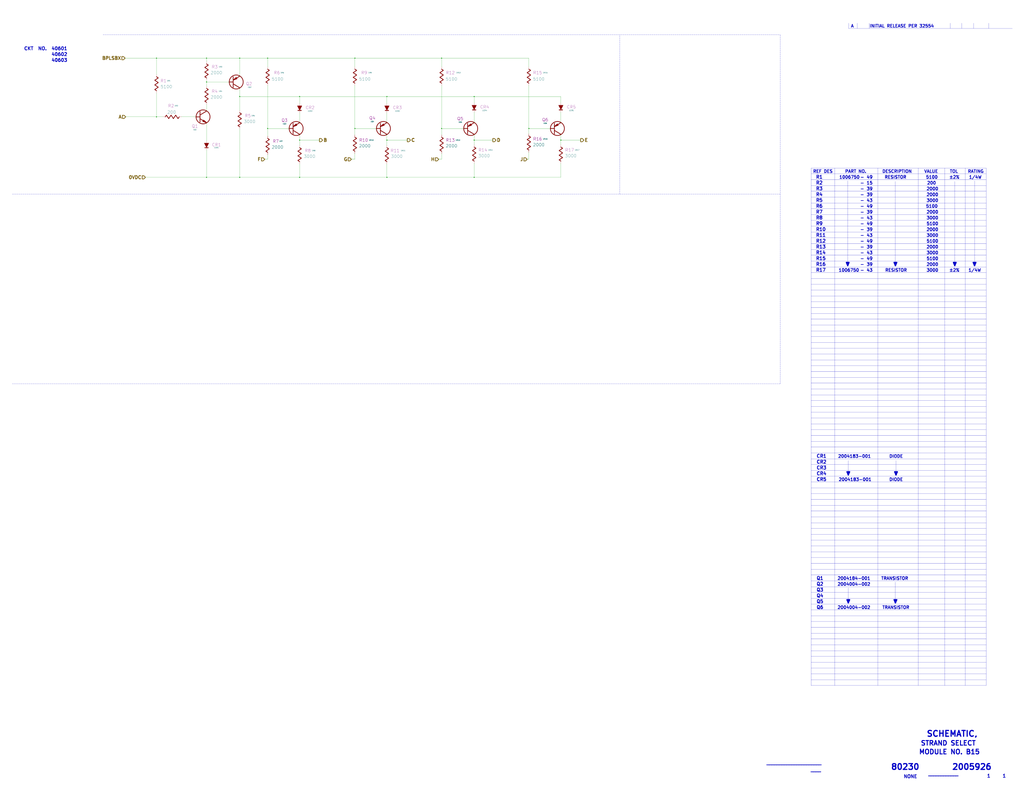
<source format=kicad_sch>
(kicad_sch (version 20211123) (generator eeschema)
  (paper "E")
  (lib_symbols
    (symbol "AGC_DSKY:Diode" (pin_numbers hide) (pin_names (offset 1.016) hide)
      (property "Reference" "CR" (at 0 5.08 0))
      (symbol "Diode_0_1"
        (polyline (pts (xy -2.54 -1.27) (xy -2.54 -1.905)) (stroke (width 0.762)))
        (polyline (pts (xy -2.54 1.27) (xy -2.54 -1.27)) (stroke (width 0.762)))
        (polyline (pts (xy -2.54 1.27) (xy -2.54 1.905)) (stroke (width 0.762)))
        (polyline (pts (xy -2.54 0) (xy 2.54 -2.54) (xy 2.54 2.54) (xy -2.54 0)) (stroke (width 0.2032)) (fill (type outline)))
      )
      (symbol "Diode_1_1"
        (pin passive line (at -5.08 0 0) (length 2.54) (name "K") (number "1"))
        (pin passive line (at 5.08 0 180) (length 2.54) (name "A") (number "2"))
      )
    )
    (symbol "AGC_DSKY:Resistor" (pin_numbers hide) (pin_names (offset 0) hide)
      (property "Reference" "R" (at -0.635 -4.445 0))
      (symbol "Resistor_0_1"
        (polyline (pts (xy -7.62 0) (xy -6.35 -1.905) (xy -3.81 1.905) (xy -1.27 -1.905) (xy 1.27 1.905) (xy 3.81 -1.905) (xy 6.35 1.905) (xy 7.62 0)) (stroke (width 0.762)))
      )
      (symbol "Resistor_1_1"
        (pin passive line (at -10.16 0 0) (length 2.54) (name "1") (number "1"))
        (pin passive line (at 10.16 0 180) (length 2.54) (name "2") (number "2"))
      )
    )
    (symbol "AGC_DSKY:Transistor-NPN" (pin_numbers hide) (pin_names (offset 0) hide)
      (property "Reference" "Q" (at 0 10.541 0))
      (symbol "Transistor-NPN_0_1"
        (polyline (pts (xy -3.302 -2.032) (xy 3.81 -6.35)) (stroke (width 0.762)))
        (polyline (pts (xy -3.302 2.032) (xy 3.81 6.35)) (stroke (width 0.762)))
        (polyline (pts (xy -3.302 5.969) (xy -3.302 -5.715)) (stroke (width 0.762)))
        (polyline (pts (xy -3.302 0) (xy -7.62 0) (xy -7.493 0)) (stroke (width 0.762)))
        (polyline (pts (xy -0.127 -4.826) (xy 0.635 -3.556) (xy 3.81 -6.35) (xy -0.254 -4.953)) (stroke (width 0.762)) (fill (type outline)))
        (circle (center 0 0) (radius 7.62) (stroke (width 0.762)))
      )
      (symbol "Transistor-NPN_1_1"
        (pin passive line (at 3.81 6.35 180) (length 0) (name "C") (number "1"))
        (pin passive line (at -7.62 0 0) (length 0) (name "B") (number "2"))
        (pin passive line (at 3.81 -6.35 180) (length 0) (name "E") (number "3"))
      )
    )
    (symbol "AGC_DSKY:Transistor-PNP" (pin_numbers hide) (pin_names (offset 0) hide)
      (property "Reference" "Q" (at -0.635 10.414 0))
      (symbol "Transistor-PNP_0_1"
        (polyline (pts (xy -3.302 -5.969) (xy -3.302 5.715)) (stroke (width 0.762)))
        (polyline (pts (xy -3.302 -2.032) (xy 3.81 -6.35)) (stroke (width 0.762)))
        (polyline (pts (xy -3.302 2.032) (xy 3.81 6.35)) (stroke (width 0.762)))
        (polyline (pts (xy -3.302 0) (xy -7.62 0) (xy -7.493 0)) (stroke (width 0.762)))
        (polyline (pts (xy 0.762 3.683) (xy 0 4.953) (xy -3.175 2.159) (xy 0.889 3.556)) (stroke (width 0.762)) (fill (type outline)))
        (circle (center 0 0) (radius 7.6454) (stroke (width 0.762)))
      )
      (symbol "Transistor-PNP_1_1"
        (pin passive line (at 3.81 6.35 180) (length 0) (name "E") (number "1"))
        (pin passive line (at -7.62 0 0) (length 0) (name "B") (number "2"))
        (pin passive line (at 3.81 -6.35 180) (length 0) (name "C") (number "3"))
      )
    )
  )
  (junction (at 170.815 63.5))
  (junction (at 225.425 63.5))
  (junction (at 517.525 153.035))
  (junction (at 517.525 193.675))
  (junction (at 261.62 193.675))
  (junction (at 422.275 193.675))
  (junction (at 422.275 105.41))
  (junction (at 387.35 63.5))
  (junction (at 327.025 153.035))
  (junction (at 261.62 105.41))
  (junction (at 387.35 140.335))
  (junction (at 225.425 89.535))
  (junction (at 327.025 193.675))
  (junction (at 170.815 127.635))
  (junction (at 517.525 105.41))
  (junction (at 481.965 140.335))
  (junction (at 481.965 63.5))
  (junction (at 261.62 63.5))
  (junction (at 327.025 105.41))
  (junction (at 612.14 153.035))
  (junction (at 577.215 140.335))
  (junction (at 292.1 63.5))
  (junction (at 422.275 153.035))
  (junction (at 225.425 193.675))
  (junction (at 292.1 140.335))
  (polyline (pts (xy 885.19 183.515) (xy 1076.325 183.515)) (stroke (width 0) (type solid)))
  (polyline (pts (xy 885.19 716.915) (xy 1076.325 716.915)) (stroke (width 0) (type solid)))
  (polyline (pts (xy 977.9 502.92) (xy 977.9 518.16)) (stroke (width 0) (type solid)))
  (polyline (pts (xy 676.275 212.09) (xy 676.275 38.1)))
  (wire (pts (xy 327.025 146.685) (xy 327.025 153.035)))
  (wire (pts (xy 481.965 167.64) (xy 481.965 173.99)))
  (wire (pts (xy 261.62 193.675) (xy 327.025 193.675)))
  (polyline (pts (xy 885.19 310.515) (xy 1076.325 310.515)) (stroke (width 0) (type solid)))
  (polyline (pts (xy 885.19 589.915) (xy 1076.325 589.915)) (stroke (width 0) (type solid)))
  (wire (pts (xy 250.19 89.535) (xy 225.425 89.535)))
  (wire (pts (xy 517.525 193.675) (xy 612.14 193.675)))
  (polyline (pts (xy 885.19 424.815) (xy 1076.325 424.815)) (stroke (width 0) (type solid)))
  (polyline (pts (xy 885.19 532.765) (xy 1076.325 532.765)) (stroke (width 0) (type solid)))
  (polyline (pts (xy 1053.465 748.665) (xy 1053.465 183.515)) (stroke (width 0) (type solid)))
  (polyline (pts (xy 885.19 259.715) (xy 1076.325 259.715)) (stroke (width 0) (type solid)))
  (polyline (pts (xy 925.83 518.4902) (xy 924.56 515.3152)) (stroke (width 1.524) (type solid)))
  (polyline (pts (xy 885.19 354.965) (xy 1076.325 354.965)) (stroke (width 0) (type solid)))
  (wire (pts (xy 422.275 153.035) (xy 422.275 158.75)))
  (polyline (pts (xy 885.19 183.515) (xy 885.19 748.665)) (stroke (width 0) (type solid)))
  (polyline (pts (xy 885.19 672.465) (xy 1076.325 672.465)) (stroke (width 0) (type solid)))
  (polyline (pts (xy 977.265 289.8902) (xy 975.995 286.7152)) (stroke (width 1.524) (type solid)))
  (polyline (pts (xy 885.19 710.565) (xy 1076.325 710.565)) (stroke (width 0) (type solid)))
  (wire (pts (xy 198.12 127.635) (xy 213.995 127.635)))
  (polyline (pts (xy 885.19 412.115) (xy 1076.325 412.115)) (stroke (width 0) (type solid)))
  (polyline (pts (xy 977.265 635.635) (xy 977.265 657.86)) (stroke (width 0) (type solid)))
  (wire (pts (xy 225.425 67.31) (xy 225.425 63.5)))
  (polyline (pts (xy 885.19 297.815) (xy 1076.325 297.815)) (stroke (width 0) (type solid)))
  (polyline (pts (xy 885.19 380.365) (xy 1076.325 380.365)) (stroke (width 0) (type solid)))
  (wire (pts (xy 481.965 140.335) (xy 481.965 147.32)))
  (wire (pts (xy 261.62 193.675) (xy 261.62 140.97)))
  (polyline (pts (xy 924.56 515.3152) (xy 927.1 515.3152)) (stroke (width 1.524) (type solid)))
  (polyline (pts (xy 885.19 329.565) (xy 1076.325 329.565)) (stroke (width 0) (type solid)))
  (polyline (pts (xy 885.19 393.065) (xy 1076.325 393.065)) (stroke (width 0) (type solid)))
  (polyline (pts (xy 885.19 628.015) (xy 1076.325 628.015)) (stroke (width 0) (type solid)))
  (wire (pts (xy 422.275 193.675) (xy 517.525 193.675)))
  (polyline (pts (xy 885.19 608.965) (xy 1076.325 608.965)) (stroke (width 0) (type solid)))
  (polyline (pts (xy 885.19 526.415) (xy 1076.325 526.415)) (stroke (width 0) (type solid)))
  (polyline (pts (xy 1049.8328 25.2984) (xy 1049.8328 31.0896)) (stroke (width 0) (type solid)))
  (polyline (pts (xy 885.19 278.765) (xy 1076.325 278.765)) (stroke (width 0) (type solid)))
  (polyline (pts (xy 925.83 641.985) (xy 925.83 658.495)) (stroke (width 0) (type solid)))
  (polyline (pts (xy 975.995 286.7152) (xy 978.535 286.7152)) (stroke (width 1.524) (type solid)))
  (wire (pts (xy 387.35 63.5) (xy 387.35 73.025)))
  (wire (pts (xy 575.31 173.99) (xy 577.215 173.99)))
  (polyline (pts (xy 885.19 240.665) (xy 1076.325 240.665)) (stroke (width 0) (type solid)))
  (wire (pts (xy 577.215 93.345) (xy 577.215 140.335)))
  (wire (pts (xy 225.425 193.675) (xy 158.75 193.675)))
  (polyline (pts (xy 885.19 704.215) (xy 1076.325 704.215)) (stroke (width 0) (type solid)))
  (wire (pts (xy 612.14 146.685) (xy 612.14 153.035)))
  (polyline (pts (xy 885.19 545.465) (xy 1076.325 545.465)) (stroke (width 0) (type solid)))
  (polyline (pts (xy 927.1 655.0152) (xy 925.83 658.1902)) (stroke (width 1.524) (type solid)))
  (wire (pts (xy 225.425 114.3) (xy 225.425 121.285)))
  (polyline (pts (xy 885.19 520.065) (xy 1076.325 520.065)) (stroke (width 0) (type solid)))
  (polyline (pts (xy 885.19 443.865) (xy 1076.325 443.865)) (stroke (width 0) (type solid)))
  (polyline (pts (xy 885.19 348.615) (xy 1076.325 348.615)) (stroke (width 0) (type solid)))
  (wire (pts (xy 422.275 133.985) (xy 422.275 123.19)))
  (polyline (pts (xy 885.19 678.815) (xy 1076.325 678.815)) (stroke (width 0) (type solid)))
  (wire (pts (xy 481.965 93.345) (xy 481.965 140.335)))
  (wire (pts (xy 517.525 133.985) (xy 517.525 122.555)))
  (wire (pts (xy 261.62 105.41) (xy 261.62 120.65)))
  (wire (pts (xy 348.615 153.035) (xy 327.025 153.035)))
  (polyline (pts (xy 1040.765 286.7152) (xy 1043.305 286.7152)) (stroke (width 1.524) (type solid)))
  (polyline (pts (xy 885.19 551.815) (xy 1076.325 551.815)) (stroke (width 0) (type solid)))
  (wire (pts (xy 422.275 105.41) (xy 422.275 113.03)))
  (wire (pts (xy 261.62 105.41) (xy 327.025 105.41)))
  (polyline (pts (xy 885.19 462.915) (xy 1076.325 462.915)) (stroke (width 0) (type solid)))
  (polyline (pts (xy 885.19 621.665) (xy 1076.325 621.665)) (stroke (width 0) (type solid)))
  (wire (pts (xy 612.14 193.675) (xy 612.14 178.435)))
  (wire (pts (xy 577.215 166.37) (xy 577.215 173.99)))
  (polyline (pts (xy 1002.03 748.665) (xy 1002.03 183.515)) (stroke (width 0) (type solid)))
  (polyline (pts (xy 885.19 399.415) (xy 1076.325 399.415)) (stroke (width 0) (type solid)))
  (polyline (pts (xy 885.19 558.165) (xy 1076.325 558.165)) (stroke (width 0) (type solid)))
  (polyline (pts (xy 885.19 374.015) (xy 1076.325 374.015)) (stroke (width 0) (type solid)))
  (wire (pts (xy 481.965 63.5) (xy 577.215 63.5)))
  (polyline (pts (xy 885.19 202.565) (xy 1076.325 202.565)) (stroke (width 0) (type solid)))
  (polyline (pts (xy 976.63 515.3152) (xy 979.17 515.3152)) (stroke (width 1.524) (type solid)))
  (polyline (pts (xy 112.395 38.1) (xy 851.535 38.1)))
  (polyline (pts (xy 978.535 655.0152) (xy 977.265 658.1902)) (stroke (width 1.524) (type solid)))
  (wire (pts (xy 633.73 153.035) (xy 612.14 153.035)))
  (polyline (pts (xy 885.19 507.365) (xy 1076.325 507.365)) (stroke (width 0) (type solid)))
  (polyline (pts (xy 885.19 577.215) (xy 1076.325 577.215)) (stroke (width 0) (type solid)))
  (polyline (pts (xy 1063.625 197.485) (xy 1063.625 289.56)) (stroke (width 0) (type solid)))
  (wire (pts (xy 517.525 153.035) (xy 517.525 146.685)))
  (wire (pts (xy 170.815 127.635) (xy 137.16 127.635)))
  (polyline (pts (xy 885.19 634.365) (xy 1076.325 634.365)) (stroke (width 0) (type solid)))
  (wire (pts (xy 327.025 193.675) (xy 422.275 193.675)))
  (wire (pts (xy 225.425 89.535) (xy 225.425 93.98)))
  (polyline (pts (xy 1037.1074 25.2984) (xy 1037.1074 31.0896)) (stroke (width 0) (type solid)))
  (polyline (pts (xy 885.19 323.215) (xy 1076.325 323.215)) (stroke (width 0) (type solid)))
  (wire (pts (xy 292.1 140.335) (xy 315.595 140.335)))
  (polyline (pts (xy 1078.992 25.2984) (xy 1078.992 31.0896)) (stroke (width 0) (type solid)))
  (wire (pts (xy 422.275 105.41) (xy 517.525 105.41)))
  (polyline (pts (xy 885.19 653.415) (xy 1076.325 653.415)) (stroke (width 0) (type solid)))
  (polyline (pts (xy 13.335 212.09) (xy 851.535 212.09)))
  (polyline (pts (xy 885.19 208.915) (xy 1076.325 208.915)) (stroke (width 0) (type solid)))
  (polyline (pts (xy 885.19 456.565) (xy 1076.325 456.565)) (stroke (width 0) (type solid)))
  (polyline (pts (xy 885.19 729.615) (xy 1076.325 729.615)) (stroke (width 0) (type solid)))
  (wire (pts (xy 577.215 140.335) (xy 577.215 146.05)))
  (polyline (pts (xy 885.19 253.365) (xy 1076.325 253.365)) (stroke (width 0) (type solid)))
  (polyline (pts (xy 1062.355 286.7152) (xy 1064.895 286.7152)) (stroke (width 1.524) (type solid)))
  (polyline (pts (xy 925.195 289.8902) (xy 923.925 286.7152)) (stroke (width 1.524) (type solid)))
  (wire (pts (xy 292.1 63.5) (xy 292.1 73.025)))
  (wire (pts (xy 327.025 105.41) (xy 422.275 105.41)))
  (polyline (pts (xy 977.265 198.12) (xy 977.265 289.56)) (stroke (width 0) (type solid)))
  (wire (pts (xy 327.025 105.41) (xy 327.025 113.03)))
  (wire (pts (xy 422.275 193.675) (xy 422.275 179.07)))
  (wire (pts (xy 327.025 193.675) (xy 327.025 179.07)))
  (polyline (pts (xy 885.19 367.665) (xy 1076.325 367.665)) (stroke (width 0) (type solid)))
  (polyline (pts (xy 885.19 666.115) (xy 1076.325 666.115)) (stroke (width 0) (type solid)))
  (polyline (pts (xy 885.19 697.865) (xy 1076.325 697.865)) (stroke (width 0) (type solid)))
  (polyline (pts (xy 1042.035 198.12) (xy 1042.035 289.56)) (stroke (width 0) (type solid)))
  (polyline (pts (xy 885.19 691.515) (xy 1076.325 691.515)) (stroke (width 0) (type solid)))
  (polyline (pts (xy 885.19 583.565) (xy 1076.325 583.565)) (stroke (width 0) (type solid)))
  (polyline (pts (xy 885.19 450.215) (xy 1076.325 450.215)) (stroke (width 0) (type solid)))
  (polyline (pts (xy 1031.24 183.515) (xy 1031.24 748.665)) (stroke (width 0) (type solid)))
  (wire (pts (xy 261.62 95.885) (xy 261.62 105.41)))
  (wire (pts (xy 600.71 140.335) (xy 577.215 140.335)))
  (polyline (pts (xy 885.19 196.215) (xy 1076.325 196.215)) (stroke (width 0) (type solid)))
  (wire (pts (xy 612.14 153.035) (xy 612.14 158.115)))
  (polyline (pts (xy 885.19 488.315) (xy 1076.325 488.315)) (stroke (width 0) (type solid)))
  (polyline (pts (xy 885.19 596.265) (xy 1076.325 596.265)) (stroke (width 0) (type solid)))
  (wire (pts (xy 517.525 105.41) (xy 517.525 112.395)))
  (polyline (pts (xy 851.535 38.1) (xy 851.535 419.1)))
  (polyline (pts (xy 885.19 221.615) (xy 1076.325 221.615)) (stroke (width 0) (type solid)))
  (wire (pts (xy 261.62 63.5) (xy 261.62 83.185)))
  (wire (pts (xy 225.425 193.675) (xy 261.62 193.675)))
  (wire (pts (xy 387.35 93.345) (xy 387.35 140.335)))
  (wire (pts (xy 327.025 133.985) (xy 327.025 123.19)))
  (polyline (pts (xy 977.9 518.4902) (xy 976.63 515.3152)) (stroke (width 1.524) (type solid)))
  (polyline (pts (xy 885.19 234.315) (xy 1076.325 234.315)) (stroke (width 0) (type solid)))
  (polyline (pts (xy 979.17 515.3152) (xy 977.9 518.4902)) (stroke (width 1.524) (type solid)))
  (polyline (pts (xy 885.19 685.165) (xy 1076.325 685.165)) (stroke (width 0) (type solid)))
  (wire (pts (xy 292.1 168.91) (xy 292.1 173.99)))
  (polyline (pts (xy 948.69 25.2984) (xy 948.69 31.0896)) (stroke (width 0) (type solid)))
  (wire (pts (xy 612.14 105.41) (xy 612.14 112.395)))
  (wire (pts (xy 506.095 140.335) (xy 481.965 140.335)))
  (wire (pts (xy 517.525 105.41) (xy 612.14 105.41)))
  (polyline (pts (xy 885.19 723.265) (xy 1076.325 723.265)) (stroke (width 0) (type solid)))
  (polyline (pts (xy 926.1094 25.2984) (xy 926.1094 31.0896)) (stroke (width 0) (type solid)))
  (polyline (pts (xy 925.83 518.795) (xy 925.83 502.92)) (stroke (width 0) (type solid)))
  (polyline (pts (xy 885.19 285.115) (xy 1076.325 285.115)) (stroke (width 0) (type solid)))
  (polyline (pts (xy 885.19 570.865) (xy 1076.325 570.865)) (stroke (width 0) (type solid)))
  (wire (pts (xy 612.14 133.985) (xy 612.14 122.555)))
  (polyline (pts (xy 885.19 539.115) (xy 1076.325 539.115)) (stroke (width 0) (type solid)))
  (wire (pts (xy 517.525 153.035) (xy 517.525 158.115)))
  (wire (pts (xy 292.1 63.5) (xy 387.35 63.5)))
  (polyline (pts (xy 885.19 272.415) (xy 1076.325 272.415)) (stroke (width 0) (type solid)))
  (wire (pts (xy 225.425 133.985) (xy 225.425 153.67)))
  (polyline (pts (xy 885.19 215.265) (xy 1076.325 215.265)) (stroke (width 0) (type solid)))
  (polyline (pts (xy 1076.325 183.515) (xy 1076.325 748.665)) (stroke (width 0) (type solid)))
  (wire (pts (xy 383.54 173.99) (xy 387.35 173.99)))
  (polyline (pts (xy 885.19 640.715) (xy 1076.325 640.715)) (stroke (width 0) (type solid)))
  (polyline (pts (xy 924.56 655.0152) (xy 927.1 655.0152)) (stroke (width 1.524) (type solid)))
  (polyline (pts (xy 885.19 316.865) (xy 1076.325 316.865)) (stroke (width 0) (type solid)))
  (polyline (pts (xy 885.19 189.865) (xy 1076.325 189.865)) (stroke (width 0) (type solid)))
  (wire (pts (xy 410.845 140.335) (xy 387.35 140.335)))
  (wire (pts (xy 478.79 173.99) (xy 481.965 173.99)))
  (polyline (pts (xy 885.19 501.015) (xy 1076.325 501.015)) (stroke (width 0) (type solid)))
  (wire (pts (xy 292.1 93.345) (xy 292.1 140.335)))
  (wire (pts (xy 170.815 63.5) (xy 225.425 63.5)))
  (wire (pts (xy 387.35 63.5) (xy 481.965 63.5)))
  (wire (pts (xy 170.815 101.6) (xy 170.815 127.635)))
  (polyline (pts (xy 885.19 247.015) (xy 1076.325 247.015)) (stroke (width 0) (type solid)))
  (polyline (pts (xy 885.19 475.615) (xy 1076.325 475.615)) (stroke (width 0) (type solid)))
  (polyline (pts (xy 1062.5074 25.2984) (xy 1062.5074 31.0896)) (stroke (width 0) (type solid)))
  (polyline (pts (xy 935.7106 25.2984) (xy 935.7106 31.0896)) (stroke (width 0) (type solid)))
  (polyline (pts (xy 885.19 602.615) (xy 1076.325 602.615)) (stroke (width 0) (type solid)))
  (polyline (pts (xy 977.265 658.1902) (xy 975.995 655.0152)) (stroke (width 1.524) (type solid)))
  (polyline (pts (xy 885.19 405.765) (xy 1076.325 405.765)) (stroke (width 0) (type solid)))
  (polyline (pts (xy 926.465 286.7152) (xy 925.195 289.8902)) (stroke (width 1.524) (type solid)))
  (wire (pts (xy 387.35 140.335) (xy 387.35 147.32)))
  (wire (pts (xy 444.5 153.035) (xy 422.275 153.035)))
  (wire (pts (xy 537.845 153.035) (xy 517.525 153.035)))
  (wire (pts (xy 225.425 193.675) (xy 225.425 163.83)))
  (polyline (pts (xy 885.19 418.465) (xy 1076.325 418.465)) (stroke (width 0) (type solid)))
  (polyline (pts (xy 911.225 748.665) (xy 911.225 183.515)) (stroke (width 0) (type solid)))
  (polyline (pts (xy 885.19 742.315) (xy 1076.325 742.315)) (stroke (width 0) (type solid)))
  (wire (pts (xy 481.965 73.025) (xy 481.965 63.5)))
  (polyline (pts (xy 958.215 183.515) (xy 958.215 748.665)) (stroke (width 0) (type solid)))
  (polyline (pts (xy 1042.035 289.8902) (xy 1040.765 286.7152)) (stroke (width 1.524) (type solid)))
  (wire (pts (xy 577.215 63.5) (xy 577.215 73.025)))
  (polyline (pts (xy 885.19 291.465) (xy 1076.325 291.465)) (stroke (width 0) (type solid)))
  (wire (pts (xy 292.1 140.335) (xy 292.1 148.59)))
  (polyline (pts (xy 885.19 437.515) (xy 1076.325 437.515)) (stroke (width 0) (type solid)))
  (wire (pts (xy 517.525 178.435) (xy 517.525 193.675)))
  (polyline (pts (xy 851.535 419.1) (xy 13.335 419.1)))
  (polyline (pts (xy 885.19 735.965) (xy 1076.325 735.965)) (stroke (width 0) (type solid)))
  (polyline (pts (xy 885.19 431.165) (xy 1076.325 431.165)) (stroke (width 0) (type solid)))
  (polyline (pts (xy 885.19 615.315) (xy 1076.325 615.315)) (stroke (width 0) (type solid)))
  (polyline (pts (xy 885.19 386.715) (xy 1076.325 386.715)) (stroke (width 0) (type solid)))
  (wire (pts (xy 261.62 63.5) (xy 292.1 63.5)))
  (wire (pts (xy 225.425 87.63) (xy 225.425 89.535)))
  (polyline (pts (xy 978.535 286.7152) (xy 977.265 289.8902)) (stroke (width 1.524) (type solid)))
  (wire (pts (xy 225.425 63.5) (xy 261.62 63.5)))
  (polyline (pts (xy 885.19 481.965) (xy 1076.325 481.965)) (stroke (width 0) (type solid)))
  (polyline (pts (xy 885.19 335.915) (xy 1076.325 335.915)) (stroke (width 0) (type solid)))
  (polyline (pts (xy 925.83 658.1902) (xy 924.56 655.0152)) (stroke (width 1.524) (type solid)))
  (polyline (pts (xy 885.19 342.265) (xy 1076.325 342.265)) (stroke (width 0) (type solid)))
  (polyline (pts (xy 1064.895 286.7152) (xy 1063.625 289.8902)) (stroke (width 1.524) (type solid)))
  (wire (pts (xy 136.525 63.5) (xy 170.815 63.5)))
  (polyline (pts (xy 885.19 304.165) (xy 1076.325 304.165)) (stroke (width 0) (type solid)))
  (polyline (pts (xy 885.19 494.665) (xy 1076.325 494.665)) (stroke (width 0) (type solid)))
  (polyline (pts (xy 926.1094 31.115) (xy 1104.9 31.115)) (stroke (width 0) (type solid)))
  (polyline (pts (xy 885.19 564.515) (xy 1076.325 564.515)) (stroke (width 0) (type solid)))
  (wire (pts (xy 327.025 153.035) (xy 327.025 158.75)))
  (wire (pts (xy 177.8 127.635) (xy 170.815 127.635)))
  (wire (pts (xy 170.815 63.5) (xy 170.815 81.28)))
  (wire (pts (xy 387.35 167.64) (xy 387.35 173.99)))
  (polyline (pts (xy 923.925 286.7152) (xy 926.465 286.7152)) (stroke (width 1.524) (type solid)))
  (polyline (pts (xy 975.995 655.0152) (xy 978.535 655.0152)) (stroke (width 1.524) (type solid)))
  (polyline (pts (xy 927.1 515.3152) (xy 925.83 518.4902)) (stroke (width 1.524) (type solid)))
  (polyline (pts (xy 885.19 469.265) (xy 1076.325 469.265)) (stroke (width 0) (type solid)))
  (polyline (pts (xy 885.19 227.965) (xy 1076.325 227.965)) (stroke (width 0) (type solid)))
  (polyline (pts (xy 885.19 647.065) (xy 1076.325 647.065)) (stroke (width 0) (type solid)))
  (polyline (pts (xy 885.19 361.315) (xy 1076.325 361.315)) (stroke (width 0) (type solid)))
  (polyline (pts (xy 885.19 513.715) (xy 1076.325 513.715)) (stroke (width 0) (type solid)))
  (polyline (pts (xy 925.195 197.485) (xy 925.195 290.195)) (stroke (width 0) (type solid)))
  (polyline (pts (xy 1043.305 286.7152) (xy 1042.035 289.8902)) (stroke (width 1.524) (type solid)))
  (polyline (pts (xy 885.19 659.765) (xy 1076.325 659.765)) (stroke (width 0) (type solid)))
  (wire (pts (xy 422.275 146.685) (xy 422.275 153.035)))
  (polyline (pts (xy 885.19 266.065) (xy 1076.325 266.065)) (stroke (width 0) (type solid)))
  (polyline (pts (xy 1063.625 289.8902) (xy 1062.355 286.7152)) (stroke (width 1.524) (type solid)))
  (polyline (pts (xy 885.19 748.665) (xy 1076.325 748.665)) (stroke (width 0) (type solid)))
  (wire (pts (xy 288.925 173.99) (xy 292.1 173.99)))
  (text "3000" (at 1010.92 240.03 0) (effects (font (size 3.302 3.302) (thickness 0.6604) bold) (justify left bottom)))
  (text "39" (at 945.515 233.68 0) (effects (font (size 3.302 3.302) (thickness 0.6604) bold) (justify left bottom)))
  (text "5100" (at 1010.92 284.48 0) (effects (font (size 3.302 3.302) (thickness 0.6604) bold) (justify left bottom)))
  (text "-" (at 938.53 246.38 0) (effects (font (size 3.302 3.302) (thickness 0.6604) bold) (justify left bottom)))
  (text "-" (at 938.53 214.63 0) (effects (font (size 3.302 3.302) (thickness 0.6604) bold) (justify left bottom)))
  (text "R3" (at 890.27 208.28 0) (effects (font (size 3.556 3.556) (thickness 0.7112) bold) (justify left bottom)))
  (text "43" (at 945.515 240.03 0) (effects (font (size 3.302 3.302) (thickness 0.6604) bold) (justify left bottom)))
  (text "-" (at 938.53 284.48 0) (effects (font (size 3.302 3.302) (thickness 0.6604) bold) (justify left bottom)))
  (text "CR2" (at 890.905 506.73 0) (effects (font (size 3.556 3.556) (thickness 0.7112) bold) (justify left bottom)))
  (text "R6" (at 890.27 227.33 0) (effects (font (size 3.556 3.556) (thickness 0.7112) bold) (justify left bottom)))
  (text "1006750" (at 915.035 297.18 0) (effects (font (size 3.302 3.302) (thickness 0.6604) bold) (justify left bottom)))
  (text "CR1" (at 890.905 500.38 0) (effects (font (size 3.556 3.556) (thickness 0.7112) bold) (justify left bottom)))
  (text "TRANSISTOR" (at 962.66 665.48 0) (effects (font (size 3.302 3.302) (thickness 0.6604) bold) (justify left bottom)))
  (text "R15" (at 890.27 284.48 0) (effects (font (size 3.556 3.556) (thickness 0.7112) bold) (justify left bottom)))
  (text "2000" (at 1010.92 271.78 0) (effects (font (size 3.302 3.302) (thickness 0.6604) bold) (justify left bottom)))
  (text "49" (at 945.515 246.38 0) (effects (font (size 3.302 3.302) (thickness 0.6604) bold) (justify left bottom)))
  (text "-" (at 938.53 227.33 0) (effects (font (size 3.302 3.302) (thickness 0.6604) bold) (justify left bottom)))
  (text "2000" (at 1010.92 252.73 0) (effects (font (size 3.302 3.302) (thickness 0.6604) bold) (justify left bottom)))
  (text "R2" (at 890.27 201.93 0) (effects (font (size 3.556 3.556) (thickness 0.7112) bold) (justify left bottom)))
  (text "R14" (at 890.27 278.13 0) (effects (font (size 3.556 3.556) (thickness 0.7112) bold) (justify left bottom)))
  (text "______________________" (at 836.295 835.66 0) (effects (font (size 3.556 3.556) (thickness 0.7112) bold) (justify left bottom)))
  (text "39" (at 945.515 252.73 0) (effects (font (size 3.302 3.302) (thickness 0.6604) bold) (justify left bottom)))
  (text "2005926" (at 1038.7076 841.3496 0) (effects (font (size 6.35 6.35) (thickness 1.27) bold) (justify left bottom)))
  (text "CR5" (at 890.905 525.78 0) (effects (font (size 3.556 3.556) (thickness 0.7112) bold) (justify left bottom)))
  (text "2004004-002" (at 913.765 640.08 0) (effects (font (size 3.302 3.302) (thickness 0.6604) bold) (justify left bottom)))
  (text "39" (at 945.515 290.83 0) (effects (font (size 3.302 3.302) (thickness 0.6604) bold) (justify left bottom)))
  (text "-" (at 938.53 220.98 0) (effects (font (size 3.302 3.302) (thickness 0.6604) bold) (justify left bottom)))
  (text "TOL" (at 1036.32 189.23 0) (effects (font (size 3.302 3.302) (thickness 0.6604) bold) (justify left bottom)))
  (text "49" (at 945.515 227.33 0) (effects (font (size 3.302 3.302) (thickness 0.6604) bold) (justify left bottom)))
  (text "1006750" (at 915.67 195.58 0) (effects (font (size 3.302 3.302) (thickness 0.6604) bold) (justify left bottom)))
  (text "2004004-002" (at 913.765 665.48 0) (effects (font (size 3.302 3.302) (thickness 0.6604) bold) (justify left bottom)))
  (text "STRAND SELECT" (at 1004.57 814.705 0) (effects (font (size 5.08 5.08) (thickness 1.016) bold) (justify left bottom)))
  (text "CR4" (at 890.905 519.43 0) (effects (font (size 3.556 3.556) (thickness 0.7112) bold) (justify left bottom)))
  (text "-" (at 938.53 259.08 0) (effects (font (size 3.302 3.302) (thickness 0.6604) bold) (justify left bottom)))
  (text "-" (at 938.53 252.73 0) (effects (font (size 3.302 3.302) (thickness 0.6604) bold) (justify left bottom)))
  (text "TRANSISTOR" (at 961.39 633.73 0) (effects (font (size 3.302 3.302) (thickness 0.6604) bold) (justify left bottom)))
  (text "-" (at 938.53 240.03 0) (effects (font (size 3.302 3.302) (thickness 0.6604) bold) (justify left bottom)))
  (text "A       INITIAL RELEASE PER 32554" (at 928.37 30.48 0) (effects (font (size 3.302 3.302) (thickness 0.6604) bold) (justify left bottom)))
  (text "Q4" (at 890.905 652.78 0) (effects (font (size 3.556 3.556) (thickness 0.7112) bold) (justify left bottom)))
  (text "1/4W" (at 1056.64 297.18 0) (effects (font (size 3.302 3.302) (thickness 0.6604) bold) (justify left bottom)))
  (text "200" (at 1011.555 201.93 0) (effects (font (size 3.302 3.302) (thickness 0.6604) bold) (justify left bottom)))
  (text "-" (at 938.53 265.43 0) (effects (font (size 3.302 3.302) (thickness 0.6604) bold) (justify left bottom)))
  (text "40601" (at 55.88 55.245 0) (effects (font (size 3.556 3.556) (thickness 0.7112) bold) (justify left bottom)))
  (text "2000" (at 1010.92 290.83 0) (effects (font (size 3.302 3.302) (thickness 0.6604) bold) (justify left bottom)))
  (text "Q5" (at 890.905 659.13 0) (effects (font (size 3.556 3.556) (thickness 0.7112) bold) (justify left bottom)))
  (text "DIODE" (at 970.28 525.78 0) (effects (font (size 3.302 3.302) (thickness 0.6604) bold) (justify left bottom)))
  (text "CKT  NO." (at 26.035 55.245 0) (effects (font (size 3.556 3.556) (thickness 0.7112) bold) (justify left bottom)))
  (text "NONE" (at 986.0026 850.2396 0) (effects (font (size 3.556 3.556) (thickness 0.7112) bold) (justify left bottom)))
  (text "5100" (at 1010.92 265.43 0) (effects (font (size 3.302 3.302) (thickness 0.6604) bold) (justify left bottom)))
  (text "R10" (at 890.27 252.73 0) (effects (font (size 3.556 3.556) (thickness 0.7112) bold) (justify left bottom)))
  (text "2000" (at 1010.92 233.68 0) (effects (font (size 3.302 3.302) (thickness 0.6604) bold) (justify left bottom)))
  (text "39" (at 945.515 214.63 0) (effects (font (size 3.302 3.302) (thickness 0.6604) bold) (justify left bottom)))
  (text "REF DES" (at 887.095 189.23 0) (effects (font (size 3.302 3.302) (thickness 0.6604) bold) (justify left bottom)))
  (text "R9" (at 890.27 246.38 0) (effects (font (size 3.556 3.556) (thickness 0.7112) bold) (justify left bottom)))
  (text "5100" (at 1010.285 195.58 0) (effects (font (size 3.302 3.302) (thickness 0.6604) bold) (justify left bottom)))
  (text "R7" (at 890.27 233.68 0) (effects (font (size 3.556 3.556) (thickness 0.7112) bold) (justify left bottom)))
  (text "R4" (at 890.27 214.63 0) (effects (font (size 3.556 3.556) (thickness 0.7112) bold) (justify left bottom)))
  (text "Q1" (at 890.905 633.73 0) (effects (font (size 3.556 3.556) (thickness 0.7112) bold) (justify left bottom)))
  (text "2000" (at 1010.92 208.28 0) (effects (font (size 3.302 3.302) (thickness 0.6604) bold) (justify left bottom)))
  (text "80230" (at 972.0326 841.3496 0) (effects (font (size 6.35 6.35) (thickness 1.27) bold) (justify left bottom)))
  (text "3000" (at 1010.92 278.13 0) (effects (font (size 3.302 3.302) (thickness 0.6604) bold) (justify left bottom)))
  (text "Q3" (at 890.905 646.43 0) (effects (font (size 3.556 3.556) (thickness 0.7112) bold) (justify left bottom)))
  (text "2004183-001" (at 914.4 500.38 0) (effects (font (size 3.302 3.302) (thickness 0.6604) bold) (justify left bottom)))
  (text "43" (at 945.515 220.98 0) (effects (font (size 3.302 3.302) (thickness 0.6604) bold) (justify left bottom)))
  (text "PART NO." (at 922.02 189.23 0) (effects (font (size 3.302 3.302) (thickness 0.6604) bold) (justify left bottom)))
  (text "R5" (at 890.27 220.98 0) (effects (font (size 3.556 3.556) (thickness 0.7112) bold) (justify left bottom)))
  (text "R12" (at 890.27 265.43 0) (effects (font (size 3.556 3.556) (thickness 0.7112) bold) (justify left bottom)))
  (text "VALUE" (at 1008.38 189.23 0) (effects (font (size 3.302 3.302) (thickness 0.6604) bold) (justify left bottom)))
  (text "1/4W" (at 1057.275 195.58 0) (effects (font (size 3.302 3.302) (thickness 0.6604) bold) (justify left bottom)))
  (text "49" (at 945.515 284.48 0) (effects (font (size 3.302 3.302) (thickness 0.6604) bold) (justify left bottom)))
  (text "-" (at 938.53 278.13 0) (effects (font (size 3.302 3.302) (thickness 0.6604) bold) (justify left bottom)))
  (text "±2%" (at 1035.685 297.18 0) (effects (font (size 3.302 3.302) (thickness 0.6604) bold) (justify left bottom)))
  (text "39" (at 945.515 208.28 0) (effects (font (size 3.302 3.302) (thickness 0.6604) bold) (justify left bottom)))
  (text "Q2" (at 890.905 640.08 0) (effects (font (size 3.556 3.556) (thickness 0.7112) bold) (justify left bottom)))
  (text "3000" (at 1010.92 259.08 0) (effects (font (size 3.302 3.302) (thickness 0.6604) bold) (justify left bottom)))
  (text "39" (at 945.515 271.78 0) (effects (font (size 3.302 3.302) (thickness 0.6604) bold) (justify left bottom)))
  (text "R8" (at 890.27 240.03 0) (effects (font (size 3.556 3.556) (thickness 0.7112) bold) (justify left bottom)))
  (text "SCHEMATIC," (at 1010.92 805.18 0) (effects (font (size 6.35 6.35) (thickness 1.27) bold) (justify left bottom)))
  (text "MODULE NO. B15" (at 1002.665 824.23 0) (effects (font (size 5.08 5.08) (thickness 1.016) bold) (justify left bottom)))
  (text "R1" (at 890.27 195.58 0) (effects (font (size 3.556 3.556) (thickness 0.7112) bold) (justify left bottom)))
  (text "40603" (at 55.88 67.945 0) (effects (font (size 3.556 3.556) (thickness 0.7112) bold) (justify left bottom)))
  (text "DIODE" (at 970.28 500.38 0) (effects (font (size 3.302 3.302) (thickness 0.6604) bold) (justify left bottom)))
  (text "49" (at 945.515 265.43 0) (effects (font (size 3.302 3.302) (thickness 0.6604) bold) (justify left bottom)))
  (text "±2%" (at 1035.685 195.58 0) (effects (font (size 3.302 3.302) (thickness 0.6604) bold) (justify left bottom)))
  (text "-" (at 938.53 271.78 0) (effects (font (size 3.302 3.302) (thickness 0.6604) bold) (justify left bottom)))
  (text "1     1" (at 1076.96 849.63 0) (effects (font (size 3.556 3.556) (thickness 0.7112) bold) (justify left bottom)))
  (text "____________" (at 1012.825 847.725 0) (effects (font (size 3.556 3.556) (thickness 0.7112) bold) (justify left bottom)))
  (text "40602" (at 55.88 61.595 0) (effects (font (size 3.556 3.556) (thickness 0.7112) bold) (justify left bottom)))
  (text "43" (at 945.515 278.13 0) (effects (font (size 3.302 3.302) (thickness 0.6604) bold) (justify left bottom)))
  (text "15" (at 945.515 201.93 0) (effects (font (size 3.302 3.302) (thickness 0.6604) bold) (justify left bottom)))
  (text "-" (at 938.53 208.28 0) (effects (font (size 3.302 3.302) (thickness 0.6604) bold) (justify left bottom)))
  (text "49" (at 945.515 195.58 0) (effects (font (size 3.302 3.302) (thickness 0.6604) bold) (justify left bottom)))
  (text "R17" (at 890.27 297.18 0) (effects (font (size 3.556 3.556) (thickness 0.7112) bold) (justify left bottom)))
  (text "2004184-001" (at 913.765 633.73 0) (effects (font (size 3.302 3.302) (thickness 0.6604) bold) (justify left bottom)))
  (text "43" (at 945.515 259.08 0) (effects (font (size 3.302 3.302) (thickness 0.6604) bold) (justify left bottom)))
  (text "R13" (at 890.27 271.78 0) (effects (font (size 3.556 3.556) (thickness 0.7112) bold) (justify left bottom)))
  (text "5100" (at 1010.92 246.38 0) (effects (font (size 3.302 3.302) (thickness 0.6604) bold) (justify left bottom)))
  (text "2000" (at 1010.92 214.63 0) (effects (font (size 3.302 3.302) (thickness 0.6604) bold) (justify left bottom)))
  (text "CR3" (at 890.905 513.08 0) (effects (font (size 3.556 3.556) (thickness 0.7112) bold) (justify left bottom)))
  (text "2004183-001" (at 915.035 525.78 0) (effects (font (size 3.302 3.302) (thickness 0.6604) bold) (justify left bottom)))
  (text "43" (at 945.515 297.18 0) (effects (font (size 3.302 3.302) (thickness 0.6604) bold) (justify left bottom)))
  (text "R16" (at 890.27 290.83 0) (effects (font (size 3.556 3.556) (thickness 0.7112) bold) (justify left bottom)))
  (text "R11" (at 890.27 259.08 0) (effects (font (size 3.556 3.556) (thickness 0.7112) bold) (justify left bottom)))
  (text "RESISTOR" (at 965.2 195.58 0) (effects (font (size 3.302 3.302) (thickness 0.6604) bold) (justify left bottom)))
  (text "-" (at 938.53 290.83 0) (effects (font (size 3.302 3.302) (thickness 0.6604) bold) (justify left bottom)))
  (text "-" (at 938.53 195.58 0) (effects (font (size 3.302 3.302) (thickness 0.6604) bold) (justify left bottom)))
  (text "-" (at 938.53 297.18 0) (effects (font (size 3.302 3.302) (thickness 0.6604) bold) (justify left bottom)))
  (text "3000" (at 1010.92 297.18 0) (effects (font (size 3.302 3.302) (thickness 0.6604) bold) (justify left bottom)))
  (text "5100" (at 1010.285 227.33 0) (effects (font (size 3.302 3.302) (thickness 0.6604) bold) (justify left bottom)))
  (text "DESCRIPTION" (at 962.66 189.23 0) (effects (font (size 3.302 3.302) (thickness 0.6604) bold) (justify left bottom)))
  (text "____" (at 884.555 843.28 0) (effects (font (size 3.556 3.556) (thickness 0.7112) bold) (justify left bottom)))
  (text "-" (at 938.53 201.93 0) (effects (font (size 3.302 3.302) (thickness 0.6604) bold) (justify left bottom)))
  (text "RATING" (at 1056.005 189.23 0) (effects (font (size 3.302 3.302) (thickness 0.6604) bold) (justify left bottom)))
  (text "Q6" (at 890.905 665.48 0) (effects (font (size 3.556 3.556) (thickness 0.7112) bold) (justify left bottom)))
  (text "3000" (at 1010.92 220.98 0) (effects (font (size 3.302 3.302) (thickness 0.6604) bold) (justify left bottom)))
  (text "RESISTOR" (at 965.835 297.18 0) (effects (font (size 3.302 3.302) (thickness 0.6604) bold) (justify left bottom)))
  (text "-" (at 938.53 233.68 0) (effects (font (size 3.302 3.302) (thickness 0.6604) bold) (justify left bottom)))
  (hierarchical_label "F" (shape input) (at 288.925 173.99 180) (effects (font (size 3.556 3.556) (thickness 0.7112) bold)))
  (hierarchical_label "A" (shape input) (at 137.16 127.635 180) (effects (font (size 3.556 3.556) (thickness 0.7112) bold)))
  (hierarchical_label "E" (shape output) (at 633.73 153.035 0) (effects (font (size 3.556 3.556) (thickness 0.7112) bold)))
  (hierarchical_label "D" (shape output) (at 537.845 153.035 0) (effects (font (size 3.556 3.556) (thickness 0.7112) bold)))
  (hierarchical_label "G" (shape input) (at 383.54 173.99 180) (effects (font (size 3.556 3.556) (thickness 0.7112) bold)))
  (hierarchical_label "B" (shape output) (at 348.615 153.035 0) (effects (font (size 3.556 3.556) (thickness 0.7112) bold)))
  (hierarchical_label "C" (shape output) (at 444.5 153.035 0) (effects (font (size 3.556 3.556) (thickness 0.7112) bold)))
  (hierarchical_label "0VDC" (shape input) (at 158.75 193.675 180) (effects (font (size 3.556 3.556) (thickness 0.7112) bold)))
  (hierarchical_label "H" (shape input) (at 478.79 173.99 180) (effects (font (size 3.556 3.556) (thickness 0.7112) bold)))
  (hierarchical_label "BPLSBX" (shape input) (at 136.525 63.5 180) (effects (font (size 3.556 3.556) (thickness 0.7112) bold)))
  (hierarchical_label "J" (shape input) (at 575.31 173.99 180) (effects (font (size 3.556 3.556) (thickness 0.7112) bold)))
  (symbol (lib_id "AGC_DSKY:Resistor") (at 170.815 91.44 90) (mirror x)
    (property "Reference" "1R1" (at 184.15 88.265 90))
    (property "Value" "5100" (at 181.61 94.615 90) (effects (font (size 3.302 3.302))))
    (property "OREFD" "R1" (at 178.435 88.265 90) (effects (font (size 3.302 3.302))))
  )
  (symbol (lib_id "AGC_DSKY:Resistor") (at 187.96 127.635 0) (mirror y)
    (property "Reference" "1R2" (at 192.405 115.57 0))
    (property "Value" "200" (at 187.325 122.555 0) (effects (font (size 3.302 3.302))))
    (property "OREFD" "R2" (at 186.69 115.57 0) (effects (font (size 3.302 3.302))))
  )
  (symbol (lib_id "AGC_DSKY:Transistor-NPN") (at 221.615 127.635 0)
    (property "Reference" "1Q1" (at 212.725 141.605 0))
    (property "Value" "Transistor-NPN" (effects hide))
    (property "OREFD" "Q1" (at 212.725 137.795 0) (effects (font (size 3.302 3.302))))
  )
  (symbol (lib_id "AGC_DSKY:Diode") (at 225.425 158.75 90)
    (property "Reference" "1CR1" (at 236.22 161.29 90))
    (property "Value" "Diode" (effects hide))
    (property "OREFD" "CR1" (at 236.22 158.115 90) (effects (font (size 3.302 3.302))))
  )
  (symbol (lib_id "AGC_DSKY:Resistor") (at 225.425 77.47 90) (mirror x)
    (property "Reference" "1R3" (at 240.665 73.025 90))
    (property "Value" "2000" (at 236.22 79.375 90) (effects (font (size 3.302 3.302))))
    (property "OREFD" "R3" (at 234.315 73.025 90) (effects (font (size 3.302 3.302))))
  )
  (symbol (lib_id "AGC_DSKY:Resistor") (at 225.425 104.14 90) (mirror x)
    (property "Reference" "1R4" (at 240.665 99.695 90))
    (property "Value" "2000" (at 236.22 106.045 90) (effects (font (size 3.302 3.302))))
    (property "OREFD" "R4" (at 234.315 99.695 90) (effects (font (size 3.302 3.302))))
  )
  (symbol (lib_id "AGC_DSKY:Transistor-PNP") (at 257.81 89.535 0)
    (property "Reference" "1Q2" (at 272.415 95.25 0))
    (property "Value" "Transistor-PNP" (effects hide))
    (property "OREFD" "Q2" (at 271.78 91.44 0) (effects (font (size 3.302 3.302))))
  )
  (symbol (lib_id "AGC_DSKY:Resistor") (at 261.62 130.81 90) (mirror x)
    (property "Reference" "1R5" (at 276.225 126.365 90))
    (property "Value" "3000" (at 272.415 132.715 90) (effects (font (size 3.302 3.302))))
    (property "OREFD" "R5" (at 270.51 126.365 90) (effects (font (size 3.302 3.302))))
  )
  (symbol (lib_id "AGC_DSKY:Transistor-PNP") (at 323.215 140.335 0)
    (property "Reference" "1Q3" (at 310.515 135.255 0))
    (property "Value" "Transistor-PNP" (effects hide))
    (property "OREFD" "Q3" (at 310.515 131.445 0) (effects (font (size 3.302 3.302))))
  )
  (symbol (lib_id "AGC_DSKY:Resistor") (at 292.1 83.185 90) (mirror x)
    (property "Reference" "1R6" (at 307.975 79.375 90))
    (property "Value" "5100" (at 302.895 86.36 90) (effects (font (size 3.302 3.302))))
    (property "OREFD" "R6" (at 302.26 79.375 90) (effects (font (size 3.302 3.302))))
  )
  (symbol (lib_id "AGC_DSKY:Resistor") (at 292.1 158.75 90) (mirror x)
    (property "Reference" "1R7" (at 306.705 154.305 90))
    (property "Value" "2000" (at 302.895 160.655 90) (effects (font (size 3.302 3.302))))
    (property "OREFD" "R7" (at 300.99 154.305 90) (effects (font (size 3.302 3.302))))
  )
  (symbol (lib_id "AGC_DSKY:Resistor") (at 327.025 168.91 90) (mirror x)
    (property "Reference" "1R8" (at 342.265 164.465 90))
    (property "Value" "3000" (at 337.82 170.815 90) (effects (font (size 3.302 3.302))))
    (property "OREFD" "R8" (at 335.915 164.465 90) (effects (font (size 3.302 3.302))))
  )
  (symbol (lib_id "AGC_DSKY:Diode") (at 327.025 118.11 90)
    (property "Reference" "1CR2" (at 338.455 121.285 90))
    (property "Value" "Diode" (effects hide))
    (property "OREFD" "CR2" (at 338.455 117.475 90) (effects (font (size 3.302 3.302))))
  )
  (symbol (lib_id "AGC_DSKY:Resistor") (at 387.35 157.48 90) (mirror x)
    (property "Reference" "1R10" (at 405.13 153.035 90))
    (property "Value" "2000" (at 398.145 159.385 90) (effects (font (size 3.302 3.302))))
    (property "OREFD" "R10" (at 396.875 153.035 90) (effects (font (size 3.302 3.302))))
  )
  (symbol (lib_id "AGC_DSKY:Resistor") (at 387.35 83.185 90) (mirror x)
    (property "Reference" "1R9" (at 403.86 79.375 90))
    (property "Value" "5100" (at 398.145 86.36 90) (effects (font (size 3.302 3.302))))
    (property "OREFD" "R9" (at 397.51 79.375 90) (effects (font (size 3.302 3.302))))
  )
  (symbol (lib_id "AGC_DSKY:Transistor-PNP") (at 418.465 140.335 0)
    (property "Reference" "1Q4" (at 406.4 132.715 0))
    (property "Value" "Transistor-PNP" (effects hide))
    (property "OREFD" "Q4" (at 406.4 128.905 0) (effects (font (size 3.302 3.302))))
  )
  (symbol (lib_id "AGC_DSKY:Transistor-PNP") (at 513.715 140.335 0)
    (property "Reference" "1Q5" (at 502.285 133.35 0))
    (property "Value" "Transistor-PNP" (effects hide))
    (property "OREFD" "Q5" (at 502.285 129.54 0) (effects (font (size 3.302 3.302))))
  )
  (symbol (lib_id "AGC_DSKY:Resistor") (at 481.965 157.48 90) (mirror x)
    (property "Reference" "1R13" (at 499.745 153.035 90))
    (property "Value" "2000" (at 492.76 159.385 90) (effects (font (size 3.302 3.302))))
    (property "OREFD" "R13" (at 491.49 153.035 90) (effects (font (size 3.302 3.302))))
  )
  (symbol (lib_id "AGC_DSKY:Resistor") (at 422.275 168.91 90) (mirror x)
    (property "Reference" "1R11" (at 440.055 164.465 90))
    (property "Value" "3000" (at 433.07 170.815 90) (effects (font (size 3.302 3.302))))
    (property "OREFD" "R11" (at 431.165 164.465 90) (effects (font (size 3.302 3.302))))
  )
  (symbol (lib_id "AGC_DSKY:Resistor") (at 481.965 83.185 90) (mirror x)
    (property "Reference" "1R12" (at 500.38 79.375 90))
    (property "Value" "5100" (at 492.76 86.36 90) (effects (font (size 3.302 3.302))))
    (property "OREFD" "R12" (at 491.49 79.375 90) (effects (font (size 3.302 3.302))))
  )
  (symbol (lib_id "AGC_DSKY:Diode") (at 422.275 118.11 90)
    (property "Reference" "1CR3" (at 433.705 121.285 90))
    (property "Value" "Diode" (effects hide))
    (property "OREFD" "CR3" (at 433.705 117.475 90) (effects (font (size 3.302 3.302))))
  )
  (symbol (lib_id "AGC_DSKY:Diode") (at 517.525 117.475 90)
    (property "Reference" "1CR4" (at 528.955 120.65 90))
    (property "Value" "Diode" (effects hide))
    (property "OREFD" "CR4" (at 528.955 116.84 90) (effects (font (size 3.302 3.302))))
  )
  (symbol (lib_id "AGC_DSKY:Resistor") (at 577.215 83.185 90) (mirror x)
    (property "Reference" "1R15" (at 594.995 79.375 90))
    (property "Value" "5100" (at 588.01 86.36 90) (effects (font (size 3.302 3.302))))
    (property "OREFD" "R15" (at 586.74 79.375 90) (effects (font (size 3.302 3.302))))
  )
  (symbol (lib_id "AGC_DSKY:Transistor-PNP") (at 608.33 140.335 0)
    (property "Reference" "1Q6" (at 594.995 134.62 0))
    (property "Value" "Transistor-PNP" (effects hide))
    (property "OREFD" "Q6" (at 594.995 130.81 0) (effects (font (size 3.302 3.302))))
  )
  (symbol (lib_id "AGC_DSKY:Diode") (at 612.14 117.475 90)
    (property "Reference" "1CR5" (at 623.57 120.65 90))
    (property "Value" "Diode" (effects hide))
    (property "OREFD" "CR5" (at 623.57 116.84 90) (effects (font (size 3.302 3.302))))
  )
  (symbol (lib_id "AGC_DSKY:Resistor") (at 517.525 168.275 90) (mirror x)
    (property "Reference" "1R14" (at 535.305 163.83 90))
    (property "Value" "3000" (at 528.32 170.18 90) (effects (font (size 3.302 3.302))))
    (property "OREFD" "R14" (at 527.05 163.83 90) (effects (font (size 3.302 3.302))))
  )
  (symbol (lib_id "AGC_DSKY:Resistor") (at 577.215 156.21 90) (mirror x)
    (property "Reference" "1R16" (at 594.995 151.765 90))
    (property "Value" "2000" (at 588.01 158.115 90) (effects (font (size 3.302 3.302))))
    (property "OREFD" "R16" (at 586.74 151.765 90) (effects (font (size 3.302 3.302))))
  )
  (symbol (lib_id "AGC_DSKY:Resistor") (at 612.14 168.275 90) (mirror x)
    (property "Reference" "1R17" (at 629.92 163.83 90))
    (property "Value" "3000" (at 622.935 170.18 90) (effects (font (size 3.302 3.302))))
    (property "OREFD" "R17" (at 621.665 163.83 90) (effects (font (size 3.302 3.302))))
  )
)
</source>
